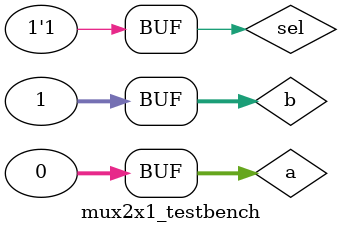
<source format=v>
`timescale 1ns / 1ps


module mux2x1_testbench;

wire [31:0]o;
reg[31:0]a,b;
reg sel;

mux2x1 uut(.o(o),.a(a),.b(b),.sel(sel));
initial begin
a=0;
b=1;
sel=1;
end

endmodule

</source>
